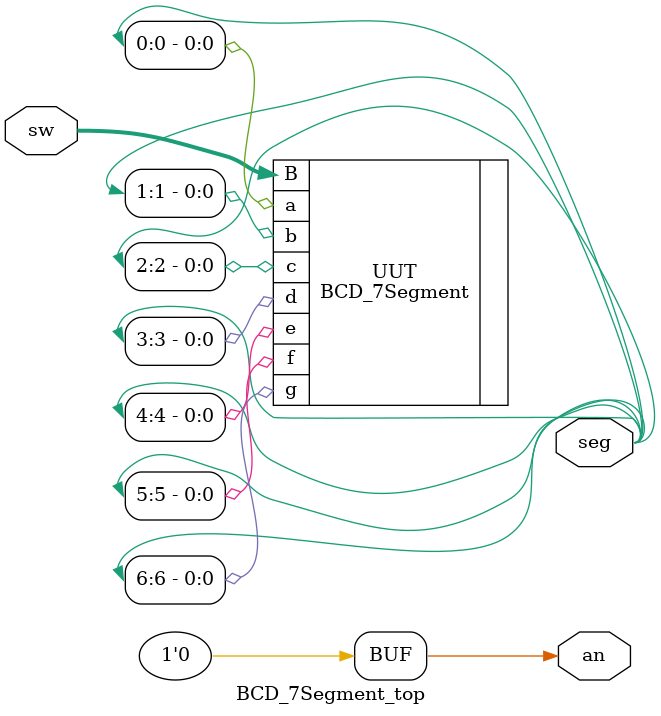
<source format=v>
`timescale 1ns / 1ps


module BCD_7Segment_top(seg, an, sw);
output [6:0]seg;
output reg an = 8'b00000000;
input [3:0]sw;
 
 BCD_7Segment UUT(
        .a(seg[0]), 
        .b(seg[1]), 
        .c(seg[2]), 
        .d(seg[3]), 
        .e(seg[4]), 
        .f(seg[5]), 
        .g(seg[6]), 
        .B(sw)
    );

endmodule

</source>
